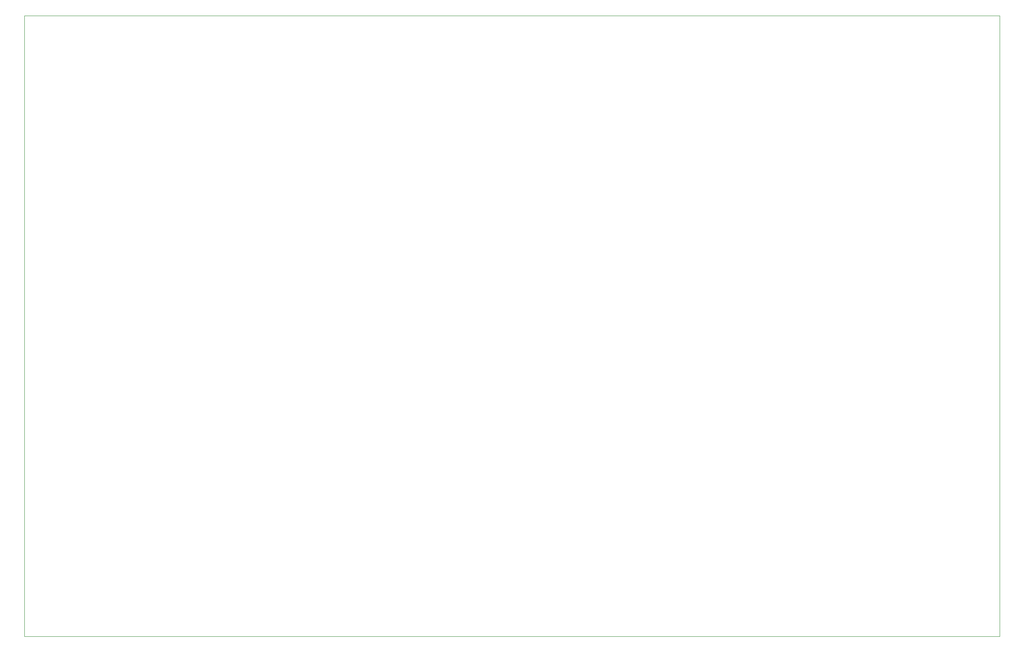
<source format=gm1>
G04 #@! TF.GenerationSoftware,KiCad,Pcbnew,(5.1.4)-1*
G04 #@! TF.CreationDate,2021-11-01T00:46:01-04:00*
G04 #@! TF.ProjectId,jack_pcb,6a61636b-5f70-4636-922e-6b696361645f,rev?*
G04 #@! TF.SameCoordinates,Original*
G04 #@! TF.FileFunction,Profile,NP*
%FSLAX46Y46*%
G04 Gerber Fmt 4.6, Leading zero omitted, Abs format (unit mm)*
G04 Created by KiCad (PCBNEW (5.1.4)-1) date 2021-11-01 00:46:01*
%MOMM*%
%LPD*%
G04 APERTURE LIST*
%ADD10C,0.050000*%
G04 APERTURE END LIST*
D10*
X242500000Y-160000000D02*
X46200000Y-160000000D01*
X46200000Y-160000000D02*
X42500000Y-160000000D01*
X242500000Y-160000000D02*
X242500000Y-155000000D01*
X42500000Y-155000000D02*
X42500000Y-160000000D01*
X242500000Y-32500000D02*
X42500000Y-32500000D01*
X42500000Y-155000000D02*
X42500000Y-32500000D01*
X242500000Y-32500000D02*
X242500000Y-155000000D01*
M02*

</source>
